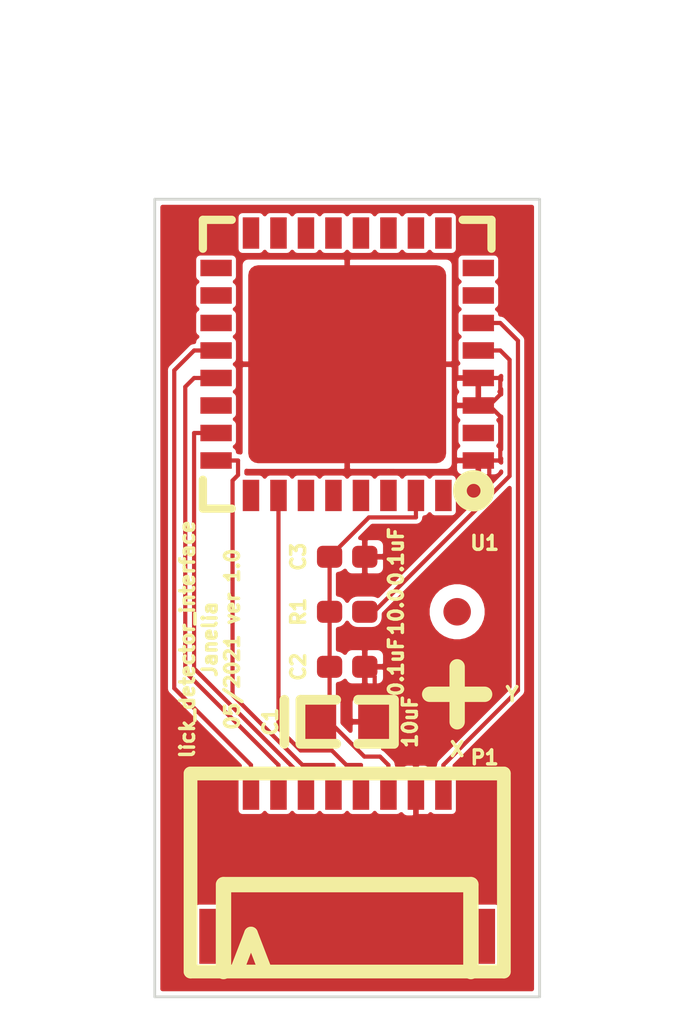
<source format=kicad_pcb>
(kicad_pcb (version 20171130) (host pcbnew 5.1.10-88a1d61d58~88~ubuntu20.10.1)

  (general
    (thickness 1.6)
    (drawings 9)
    (tracks 76)
    (zones 0)
    (modules 7)
    (nets 10)
  )

  (page A4)
  (title_block
    (title lick_detector_interface)
    (rev 1.0)
    (company Janelia)
  )

  (layers
    (0 F.Cu signal)
    (31 B.Cu signal)
    (32 B.Adhes user)
    (33 F.Adhes user)
    (34 B.Paste user)
    (35 F.Paste user)
    (36 B.SilkS user)
    (37 F.SilkS user)
    (38 B.Mask user)
    (39 F.Mask user)
    (40 Dwgs.User user hide)
    (41 Cmts.User user hide)
    (42 Eco1.User user hide)
    (43 Eco2.User user hide)
    (44 Edge.Cuts user)
    (45 Margin user hide)
    (46 B.CrtYd user hide)
    (47 F.CrtYd user hide)
    (48 B.Fab user hide)
    (49 F.Fab user hide)
  )

  (setup
    (last_trace_width 0.0762)
    (trace_clearance 0.0762)
    (zone_clearance 0.0762)
    (zone_45_only no)
    (trace_min 0.0762)
    (via_size 0.254)
    (via_drill 0.1524)
    (via_min_size 0.254)
    (via_min_drill 0.1524)
    (uvia_size 0.254)
    (uvia_drill 0.1524)
    (uvias_allowed no)
    (uvia_min_size 0.254)
    (uvia_min_drill 0.1524)
    (edge_width 0.05)
    (segment_width 0.2)
    (pcb_text_width 0.3)
    (pcb_text_size 1.5 1.5)
    (mod_edge_width 0.2794)
    (mod_text_size 1.016 1.016)
    (mod_text_width 0.254)
    (pad_size 1.524 1.524)
    (pad_drill 0.762)
    (pad_to_mask_clearance 0)
    (aux_axis_origin 0 0)
    (visible_elements FFFFFF7F)
    (pcbplotparams
      (layerselection 0x010fc_ffffffff)
      (usegerberextensions true)
      (usegerberattributes true)
      (usegerberadvancedattributes true)
      (creategerberjobfile true)
      (excludeedgelayer true)
      (linewidth 0.100000)
      (plotframeref false)
      (viasonmask false)
      (mode 1)
      (useauxorigin false)
      (hpglpennumber 1)
      (hpglpenspeed 20)
      (hpglpendiameter 15.000000)
      (psnegative false)
      (psa4output false)
      (plotreference true)
      (plotvalue true)
      (plotinvisibletext false)
      (padsonsilk false)
      (subtractmaskfromsilk true)
      (outputformat 1)
      (mirror false)
      (drillshape 0)
      (scaleselection 1)
      (outputdirectory "./gerbers/"))
  )

  (net 0 "")
  (net 1 GND)
  (net 2 VAA)
  (net 3 /~CS)
  (net 4 "Net-(R1-Pad2)")
  (net 5 /SCK)
  (net 6 /MOSI)
  (net 7 /MISO)
  (net 8 /INT2)
  (net 9 /INT1)

  (net_class Default "This is the default net class."
    (clearance 0.0762)
    (trace_width 0.0762)
    (via_dia 0.254)
    (via_drill 0.1524)
    (uvia_dia 0.254)
    (uvia_drill 0.1524)
    (diff_pair_width 0.1016)
    (diff_pair_gap 0.1016)
    (add_net /INT1)
    (add_net /INT2)
    (add_net /MISO)
    (add_net /MOSI)
    (add_net /SCK)
    (add_net /~CS)
    (add_net GND)
    (add_net "Net-(R1-Pad2)")
    (add_net VAA)
  )

  (net_class POWER ""
    (clearance 0.0762)
    (trace_width 0.0762)
    (via_dia 0.254)
    (via_drill 0.1524)
    (uvia_dia 0.254)
    (uvia_drill 0.1524)
    (diff_pair_width 0.1016)
    (diff_pair_gap 0.1016)
  )

  (net_class SIGNAL ""
    (clearance 0.0762)
    (trace_width 0.0762)
    (via_dia 0.254)
    (via_drill 0.1524)
    (uvia_dia 0.254)
    (uvia_drill 0.1524)
    (diff_pair_width 0.1016)
    (diff_pair_gap 0.1016)
  )

  (module lick_detector_interface:FIDUCIAL (layer F.Cu) (tedit 5CD5B42B) (tstamp 609BF191)
    (at 152 99)
    (descr "Circular Fiducial, 0.5mm bare copper top; 1mm keepout (Level C)")
    (tags marker)
    (path /5EFF6F31)
    (attr virtual)
    (fp_text reference FID1 (at 0 -1.016) (layer F.Fab)
      (effects (font (size 0.254 0.254) (thickness 0.0635)))
    )
    (fp_text value FIDUCIAL (at 0 1.016) (layer F.Fab)
      (effects (font (size 0.254 0.254) (thickness 0.0635)))
    )
    (fp_circle (center 0 0) (end 0.5 0) (layer F.Fab) (width 0.1))
    (fp_circle (center 0 0) (end 0.75 0) (layer F.CrtYd) (width 0.05))
    (fp_text user %R (at 0 0) (layer F.Fab)
      (effects (font (size 0.2 0.2) (thickness 0.04)))
    )
    (pad ~ smd circle (at 0 0) (size 0.5 0.5) (layers F.Cu F.Mask)
      (solder_mask_margin 0.25) (clearance 0.25))
  )

  (module lick_detector_interface:SM0402_POL (layer F.Cu) (tedit 60958AD5) (tstamp 6092F56A)
    (at 150 101 90)
    (tags "CMS SM")
    (path /60925C65)
    (attr smd)
    (fp_text reference C1 (at 0 -1.397 270) (layer F.SilkS)
      (effects (font (size 0.254 0.254) (thickness 0.0635)))
    )
    (fp_text value 10uF (at 0 1.143 270) (layer F.SilkS)
      (effects (font (size 0.254 0.254) (thickness 0.0635)))
    )
    (fp_line (start 0.4 -1.143) (end -0.4 -1.143) (layer F.SilkS) (width 0.1778))
    (fp_line (start 0.4 -0.2) (end 0.4 -0.85) (layer F.SilkS) (width 0.1778))
    (fp_line (start 0.4 -0.85) (end -0.4 -0.85) (layer F.SilkS) (width 0.1778))
    (fp_line (start -0.4 -0.85) (end -0.4 -0.2) (layer F.SilkS) (width 0.1778))
    (fp_line (start 0.4 0.2) (end 0.4 0.85) (layer F.SilkS) (width 0.1778))
    (fp_line (start 0.4 0.85) (end -0.4 0.85) (layer F.SilkS) (width 0.1778))
    (fp_line (start -0.4 0.85) (end -0.4 0.2) (layer F.SilkS) (width 0.1778))
    (pad 2 smd rect (at 0 0.5) (size 0.6 0.7) (layers F.Cu F.Paste F.Mask)
      (net 1 GND))
    (pad 1 smd rect (at 0 -0.5) (size 0.6 0.7) (layers F.Cu F.Paste F.Mask)
      (net 2 VAA))
    (model smd/chip_cms.wrl
      (at (xyz 0 0 0))
      (scale (xyz 0.17 0.2 0.17))
      (rotate (xyz 0 0 0))
    )
  )

  (module lick_detector_interface:LFCSP-32-1EP_5x5mm_P0.5mm_EP3.6x3.6mm (layer F.Cu) (tedit 609BEA5D) (tstamp 60945904)
    (at 150 94.5 180)
    (descr "32-Lead Frame Chip Scale Package LFCSP (5mm x 5mm); (see http://www.analog.com/media/en/package-pcb-resources/package/pkg_pdf/lfcspcp/cp-32/CP_32_27.pdf")
    (tags "LFCSP 0.5")
    (path /60903CFF)
    (attr smd)
    (fp_text reference U1 (at -2.5 -3.25) (layer F.SilkS)
      (effects (font (size 0.254 0.254) (thickness 0.0635)))
    )
    (fp_text value ADXL313 (at 0 -3.25) (layer F.Fab)
      (effects (font (size 0.508 0.508) (thickness 0.127)))
    )
    (fp_line (start -0.635 3.81) (end 0 5.08) (layer Cmts.User) (width 0.2794))
    (fp_line (start 0.635 3.81) (end -0.635 3.81) (layer Cmts.User) (width 0.2794))
    (fp_line (start 0 5.08) (end 0.635 3.81) (layer Cmts.User) (width 0.2794))
    (fp_line (start 0 2.54) (end 0 5.08) (layer Cmts.User) (width 0.2794))
    (fp_line (start 3.81 0.635) (end 5.08 0) (layer Cmts.User) (width 0.2794))
    (fp_line (start 3.81 -0.635) (end 3.81 0.635) (layer Cmts.User) (width 0.2794))
    (fp_line (start 5.08 0) (end 3.81 -0.635) (layer Cmts.User) (width 0.2794))
    (fp_line (start 2.54 0) (end 5.08 0) (layer Cmts.User) (width 0.2794))
    (fp_line (start -3.81 0.635) (end -5.08 0) (layer Cmts.User) (width 0.2794))
    (fp_line (start -3.81 -0.635) (end -3.81 0.635) (layer Cmts.User) (width 0.2794))
    (fp_line (start -5.08 0) (end -3.81 -0.635) (layer Cmts.User) (width 0.2794))
    (fp_line (start 0.635 -3.81) (end 0 -5.08) (layer Cmts.User) (width 0.2794))
    (fp_line (start -0.635 -3.81) (end 0.635 -3.81) (layer Cmts.User) (width 0.2794))
    (fp_line (start 0 -5.08) (end -0.635 -3.81) (layer Cmts.User) (width 0.2794))
    (fp_line (start -2.54 0) (end -5.08 0) (layer Cmts.User) (width 0.2794))
    (fp_line (start 0 -2.54) (end 0 -5.08) (layer Cmts.User) (width 0.2794))
    (fp_circle (center -2.3 -2.3) (end -2.05 -2.3) (layer F.SilkS) (width 0.25))
    (fp_line (start -1.5 -2.5) (end 2.5 -2.5) (layer F.Fab) (width 0.15))
    (fp_line (start 2.5 -2.5) (end 2.5 2.5) (layer F.Fab) (width 0.15))
    (fp_line (start 2.5 2.5) (end -2.5 2.5) (layer F.Fab) (width 0.15))
    (fp_line (start -2.5 2.5) (end -2.5 -1.5) (layer F.Fab) (width 0.15))
    (fp_line (start -2.5 -1.5) (end -1.5 -2.5) (layer F.Fab) (width 0.15))
    (fp_line (start -3 -3) (end -3 3) (layer F.CrtYd) (width 0.05))
    (fp_line (start 3 -3) (end 3 3) (layer F.CrtYd) (width 0.05))
    (fp_line (start -3 -3) (end 3 -3) (layer F.CrtYd) (width 0.05))
    (fp_line (start -3 3) (end 3 3) (layer F.CrtYd) (width 0.05))
    (fp_line (start 2.625 -2.625) (end 2.625 -2.1) (layer F.SilkS) (width 0.15))
    (fp_line (start -2.625 2.625) (end -2.625 2.1) (layer F.SilkS) (width 0.15))
    (fp_line (start 2.625 2.625) (end 2.625 2.1) (layer F.SilkS) (width 0.15))
    (fp_line (start -2.625 2.625) (end -2.1 2.625) (layer F.SilkS) (width 0.15))
    (fp_line (start 2.625 2.625) (end 2.1 2.625) (layer F.SilkS) (width 0.15))
    (fp_line (start 2.625 -2.625) (end 2.1 -2.625) (layer F.SilkS) (width 0.15))
    (fp_text user Y (at 5.715 0) (layer Cmts.User)
      (effects (font (size 1.016 1.016) (thickness 0.1778)))
    )
    (fp_text user X (at 0 5.715) (layer Cmts.User)
      (effects (font (size 1.016 1.016) (thickness 0.1778)))
    )
    (fp_text user Y (at -5.715 0) (layer Cmts.User)
      (effects (font (size 1.016 1.016) (thickness 0.1778)))
    )
    (fp_text user X (at 0 -5.715) (layer Cmts.User)
      (effects (font (size 1.016 1.016) (thickness 0.1778)))
    )
    (fp_text user %R (at 0 0) (layer F.Fab)
      (effects (font (size 1 1) (thickness 0.15)))
    )
    (pad "" smd rect (at -0.8 0.8 180) (size 1.3 1.3) (layers F.Paste))
    (pad "" smd rect (at 0.8 -0.8 180) (size 1.3 1.3) (layers F.Paste))
    (pad "" smd rect (at -0.8 -0.8 180) (size 1.3 1.3) (layers F.Paste))
    (pad "" smd rect (at 0.8 0.8 180) (size 1.3 1.3) (layers F.Paste))
    (pad 33 smd roundrect (at 0 0 180) (size 3.6 3.6) (layers F.Cu F.Mask) (roundrect_rratio 0.05)
      (net 1 GND))
    (pad 32 smd rect (at -1.75 -2.385 270) (size 0.57 0.3) (layers F.Cu F.Paste F.Mask))
    (pad 31 smd rect (at -1.25 -2.385 270) (size 0.57 0.3) (layers F.Cu F.Paste F.Mask)
      (net 2 VAA))
    (pad 30 smd rect (at -0.75 -2.385 270) (size 0.57 0.3) (layers F.Cu F.Paste F.Mask))
    (pad 29 smd rect (at -0.25 -2.385 270) (size 0.57 0.3) (layers F.Cu F.Paste F.Mask))
    (pad 28 smd rect (at 0.25 -2.385 270) (size 0.57 0.3) (layers F.Cu F.Paste F.Mask))
    (pad 27 smd rect (at 0.75 -2.385 270) (size 0.57 0.3) (layers F.Cu F.Paste F.Mask))
    (pad 26 smd rect (at 1.25 -2.385 270) (size 0.57 0.3) (layers F.Cu F.Paste F.Mask)
      (net 5 /SCK))
    (pad 25 smd rect (at 1.75 -2.385 270) (size 0.57 0.3) (layers F.Cu F.Paste F.Mask))
    (pad 24 smd rect (at 2.385 -1.75 180) (size 0.57 0.3) (layers F.Cu F.Paste F.Mask)
      (net 6 /MOSI))
    (pad 23 smd rect (at 2.385 -1.25 180) (size 0.57 0.3) (layers F.Cu F.Paste F.Mask)
      (net 7 /MISO))
    (pad 22 smd rect (at 2.385 -0.75 180) (size 0.57 0.3) (layers F.Cu F.Paste F.Mask))
    (pad 21 smd rect (at 2.385 -0.25 180) (size 0.57 0.3) (layers F.Cu F.Paste F.Mask)
      (net 8 /INT2))
    (pad 20 smd rect (at 2.385 0.25 180) (size 0.57 0.3) (layers F.Cu F.Paste F.Mask)
      (net 9 /INT1))
    (pad 19 smd rect (at 2.385 0.75 180) (size 0.57 0.3) (layers F.Cu F.Paste F.Mask))
    (pad 18 smd rect (at 2.385 1.25 180) (size 0.57 0.3) (layers F.Cu F.Paste F.Mask))
    (pad 17 smd rect (at 2.385 1.75 180) (size 0.57 0.3) (layers F.Cu F.Paste F.Mask))
    (pad 16 smd rect (at 1.75 2.385 270) (size 0.57 0.3) (layers F.Cu F.Paste F.Mask))
    (pad 15 smd rect (at 1.25 2.385 270) (size 0.57 0.3) (layers F.Cu F.Paste F.Mask))
    (pad 14 smd rect (at 0.75 2.385 270) (size 0.57 0.3) (layers F.Cu F.Paste F.Mask))
    (pad 13 smd rect (at 0.25 2.385 270) (size 0.57 0.3) (layers F.Cu F.Paste F.Mask))
    (pad 12 smd rect (at -0.25 2.385 270) (size 0.57 0.3) (layers F.Cu F.Paste F.Mask))
    (pad 11 smd rect (at -0.75 2.385 270) (size 0.57 0.3) (layers F.Cu F.Paste F.Mask))
    (pad 10 smd rect (at -1.25 2.385 270) (size 0.57 0.3) (layers F.Cu F.Paste F.Mask))
    (pad 9 smd rect (at -1.75 2.385 270) (size 0.57 0.3) (layers F.Cu F.Paste F.Mask))
    (pad 8 smd rect (at -2.385 1.75 180) (size 0.57 0.3) (layers F.Cu F.Paste F.Mask))
    (pad 7 smd rect (at -2.385 1.25 180) (size 0.57 0.3) (layers F.Cu F.Paste F.Mask))
    (pad 6 smd rect (at -2.385 0.75 180) (size 0.57 0.3) (layers F.Cu F.Paste F.Mask)
      (net 3 /~CS))
    (pad 5 smd rect (at -2.385 0.25 180) (size 0.57 0.3) (layers F.Cu F.Paste F.Mask)
      (net 4 "Net-(R1-Pad2)"))
    (pad 4 smd rect (at -2.385 -0.25 180) (size 0.57 0.3) (layers F.Cu F.Paste F.Mask)
      (net 1 GND))
    (pad 3 smd rect (at -2.385 -0.75 180) (size 0.57 0.3) (layers F.Cu F.Paste F.Mask)
      (net 1 GND))
    (pad 2 smd rect (at -2.385 -1.25 180) (size 0.57 0.3) (layers F.Cu F.Paste F.Mask))
    (pad 1 smd rect (at -2.385 -1.75 180) (size 0.57 0.3) (layers F.Cu F.Paste F.Mask)
      (net 1 GND))
    (model ${KISYS3DMOD}/Package_CSP.3dshapes/LFCSP-32-1EP_5x5mm_P0.5mm.wrl
      (at (xyz 0 0 0))
      (scale (xyz 1 1 1))
      (rotate (xyz 0 0 0))
    )
  )

  (module lick_detector_interface:SM0201 (layer F.Cu) (tedit 60958AE7) (tstamp 609553A3)
    (at 150 99)
    (descr "Resistor SMD 0201 (0603 Metric), square (rectangular) end terminal, IPC_7351 nominal, (Body size source: https://www.vishay.com/docs/20052/crcw0201e3.pdf), generated with kicad-footprint-generator")
    (tags resistor)
    (path /6095D6DE)
    (attr smd)
    (fp_text reference R1 (at -0.889 0 90) (layer F.SilkS)
      (effects (font (size 0.254 0.254) (thickness 0.0635)))
    )
    (fp_text value 10.0 (at 0.889 0 90) (layer F.SilkS)
      (effects (font (size 0.254 0.254) (thickness 0.0635)))
    )
    (fp_line (start -0.3 0.15) (end -0.3 -0.15) (layer F.Fab) (width 0.1))
    (fp_line (start -0.3 -0.15) (end 0.3 -0.15) (layer F.Fab) (width 0.1))
    (fp_line (start 0.3 -0.15) (end 0.3 0.15) (layer F.Fab) (width 0.1))
    (fp_line (start 0.3 0.15) (end -0.3 0.15) (layer F.Fab) (width 0.1))
    (fp_line (start -0.7 0.35) (end -0.7 -0.35) (layer F.CrtYd) (width 0.05))
    (fp_line (start -0.7 -0.35) (end 0.7 -0.35) (layer F.CrtYd) (width 0.05))
    (fp_line (start 0.7 -0.35) (end 0.7 0.35) (layer F.CrtYd) (width 0.05))
    (fp_line (start 0.7 0.35) (end -0.7 0.35) (layer F.CrtYd) (width 0.05))
    (pad 2 smd roundrect (at 0.32 0) (size 0.46 0.4) (layers F.Cu F.Mask) (roundrect_rratio 0.25)
      (net 4 "Net-(R1-Pad2)"))
    (pad 1 smd roundrect (at -0.32 0) (size 0.46 0.4) (layers F.Cu F.Mask) (roundrect_rratio 0.25)
      (net 2 VAA))
    (pad "" smd roundrect (at 0.345 0) (size 0.318 0.36) (layers F.Paste) (roundrect_rratio 0.25))
    (pad "" smd roundrect (at -0.345 0) (size 0.318 0.36) (layers F.Paste) (roundrect_rratio 0.25))
    (model ${KISYS3DMOD}/Resistor_SMD.3dshapes/R_0201_0603Metric.wrl
      (at (xyz 0 0 0))
      (scale (xyz 1 1 1))
      (rotate (xyz 0 0 0))
    )
  )

  (module lick_detector_interface:SM0201 (layer F.Cu) (tedit 60958AE7) (tstamp 60956C71)
    (at 150 100)
    (descr "Resistor SMD 0201 (0603 Metric), square (rectangular) end terminal, IPC_7351 nominal, (Body size source: https://www.vishay.com/docs/20052/crcw0201e3.pdf), generated with kicad-footprint-generator")
    (tags resistor)
    (path /6096968C)
    (attr smd)
    (fp_text reference C2 (at -0.889 0 90) (layer F.SilkS)
      (effects (font (size 0.254 0.254) (thickness 0.0635)))
    )
    (fp_text value 0.1uF (at 0.889 0 90) (layer F.SilkS)
      (effects (font (size 0.254 0.254) (thickness 0.0635)))
    )
    (fp_line (start -0.3 0.15) (end -0.3 -0.15) (layer F.Fab) (width 0.1))
    (fp_line (start -0.3 -0.15) (end 0.3 -0.15) (layer F.Fab) (width 0.1))
    (fp_line (start 0.3 -0.15) (end 0.3 0.15) (layer F.Fab) (width 0.1))
    (fp_line (start 0.3 0.15) (end -0.3 0.15) (layer F.Fab) (width 0.1))
    (fp_line (start -0.7 0.35) (end -0.7 -0.35) (layer F.CrtYd) (width 0.05))
    (fp_line (start -0.7 -0.35) (end 0.7 -0.35) (layer F.CrtYd) (width 0.05))
    (fp_line (start 0.7 -0.35) (end 0.7 0.35) (layer F.CrtYd) (width 0.05))
    (fp_line (start 0.7 0.35) (end -0.7 0.35) (layer F.CrtYd) (width 0.05))
    (pad 2 smd roundrect (at 0.32 0) (size 0.46 0.4) (layers F.Cu F.Mask) (roundrect_rratio 0.25)
      (net 1 GND))
    (pad 1 smd roundrect (at -0.32 0) (size 0.46 0.4) (layers F.Cu F.Mask) (roundrect_rratio 0.25)
      (net 2 VAA))
    (pad "" smd roundrect (at 0.345 0) (size 0.318 0.36) (layers F.Paste) (roundrect_rratio 0.25))
    (pad "" smd roundrect (at -0.345 0) (size 0.318 0.36) (layers F.Paste) (roundrect_rratio 0.25))
    (model ${KISYS3DMOD}/Resistor_SMD.3dshapes/R_0201_0603Metric.wrl
      (at (xyz 0 0 0))
      (scale (xyz 1 1 1))
      (rotate (xyz 0 0 0))
    )
  )

  (module lick_detector_interface:SM0201 (layer F.Cu) (tedit 60958AE7) (tstamp 60956C80)
    (at 150 98)
    (descr "Resistor SMD 0201 (0603 Metric), square (rectangular) end terminal, IPC_7351 nominal, (Body size source: https://www.vishay.com/docs/20052/crcw0201e3.pdf), generated with kicad-footprint-generator")
    (tags resistor)
    (path /60969EAD)
    (attr smd)
    (fp_text reference C3 (at -0.889 0 90) (layer F.SilkS)
      (effects (font (size 0.254 0.254) (thickness 0.0635)))
    )
    (fp_text value 0.1uF (at 0.889 0 90) (layer F.SilkS)
      (effects (font (size 0.254 0.254) (thickness 0.0635)))
    )
    (fp_line (start -0.3 0.15) (end -0.3 -0.15) (layer F.Fab) (width 0.1))
    (fp_line (start -0.3 -0.15) (end 0.3 -0.15) (layer F.Fab) (width 0.1))
    (fp_line (start 0.3 -0.15) (end 0.3 0.15) (layer F.Fab) (width 0.1))
    (fp_line (start 0.3 0.15) (end -0.3 0.15) (layer F.Fab) (width 0.1))
    (fp_line (start -0.7 0.35) (end -0.7 -0.35) (layer F.CrtYd) (width 0.05))
    (fp_line (start -0.7 -0.35) (end 0.7 -0.35) (layer F.CrtYd) (width 0.05))
    (fp_line (start 0.7 -0.35) (end 0.7 0.35) (layer F.CrtYd) (width 0.05))
    (fp_line (start 0.7 0.35) (end -0.7 0.35) (layer F.CrtYd) (width 0.05))
    (pad 2 smd roundrect (at 0.32 0) (size 0.46 0.4) (layers F.Cu F.Mask) (roundrect_rratio 0.25)
      (net 1 GND))
    (pad 1 smd roundrect (at -0.32 0) (size 0.46 0.4) (layers F.Cu F.Mask) (roundrect_rratio 0.25)
      (net 2 VAA))
    (pad "" smd roundrect (at 0.345 0) (size 0.318 0.36) (layers F.Paste) (roundrect_rratio 0.25))
    (pad "" smd roundrect (at -0.345 0) (size 0.318 0.36) (layers F.Paste) (roundrect_rratio 0.25))
    (model ${KISYS3DMOD}/Resistor_SMD.3dshapes/R_0201_0603Metric.wrl
      (at (xyz 0 0 0))
      (scale (xyz 1 1 1))
      (rotate (xyz 0 0 0))
    )
  )

  (module lick_detector_interface:Molex_FFC_1x8_P0.5mm_RA (layer F.Cu) (tedit 609BEA32) (tstamp 609BE50A)
    (at 150 102.25)
    (descr "Molex 0.50mm Pitch Easy-On Type FFC/FPC Connector, For LVDS, 6.05mm Height, Vertical, Surface Mount, ZIF, 15 Circuits (https://www.molex.com/pdm_docs/sd/5022311500_sd.pdf)")
    (tags "molex FFC/FPC connector Pitch 0.5mm vertical")
    (path /609C481B)
    (attr smd)
    (fp_text reference P1 (at 2.5 -0.6 180) (layer F.SilkS)
      (effects (font (size 0.254 0.254) (thickness 0.0635)))
    )
    (fp_text value CONN_FFC_8_RA (at 0 3.75) (layer F.Fab)
      (effects (font (size 0.508 0.508) (thickness 0.127)))
    )
    (fp_line (start -2.25 1.71) (end 2.25 1.71) (layer F.SilkS) (width 0.2794))
    (fp_line (start 2.25 1.71) (end 2.25 3.29) (layer F.SilkS) (width 0.2794))
    (fp_line (start -2.25 1.71) (end -2.25 3.29) (layer F.SilkS) (width 0.2794))
    (fp_line (start -1.75 2.6) (end -1.5 3.25) (layer F.SilkS) (width 0.25))
    (fp_line (start -1.75 2.6) (end -2 3.25) (layer F.SilkS) (width 0.25))
    (fp_line (start -2.85 -0.31) (end -2.85 3.29) (layer F.SilkS) (width 0.25))
    (fp_line (start 2.85 -0.31) (end 2.85 3.29) (layer F.SilkS) (width 0.25))
    (fp_line (start -2.85 3.29) (end 2.85 3.29) (layer F.SilkS) (width 0.25))
    (fp_line (start -2.85 -0.31) (end 2.85 -0.31) (layer F.SilkS) (width 0.25))
    (pad 8 smd rect (at 1.75 0) (size 0.3 0.7) (layers F.Cu F.Paste F.Mask)
      (net 3 /~CS))
    (pad 7 smd rect (at 1.25 0) (size 0.3 0.7) (layers F.Cu F.Paste F.Mask)
      (net 1 GND))
    (pad 6 smd rect (at 0.75 0) (size 0.3 0.7) (layers F.Cu F.Paste F.Mask)
      (net 2 VAA))
    (pad 5 smd rect (at 0.25 0) (size 0.3 0.7) (layers F.Cu F.Paste F.Mask)
      (net 5 /SCK))
    (pad 4 smd rect (at -0.25 0) (size 0.3 0.7) (layers F.Cu F.Paste F.Mask)
      (net 6 /MOSI))
    (pad 3 smd rect (at -0.75 0) (size 0.3 0.7) (layers F.Cu F.Paste F.Mask)
      (net 7 /MISO))
    (pad 2 smd rect (at -1.25 0) (size 0.3 0.7) (layers F.Cu F.Paste F.Mask)
      (net 8 /INT2))
    (pad 1 smd rect (at -1.75 0) (size 0.3 0.7) (layers F.Cu F.Paste F.Mask)
      (net 9 /INT1))
    (pad "" smd rect (at 2.54 2.65) (size 0.3 1) (layers F.Cu F.Paste F.Mask))
    (pad "" smd rect (at -2.54 2.65) (size 0.3 1) (layers F.Cu F.Paste F.Mask))
    (model ${KISYS3DMOD}/Connector_FFC-FPC.3dshapes/Molex_502231-1500_1x15-1SH_P0.5mm_Vertical.wrl
      (at (xyz 0 0 0))
      (scale (xyz 1 1 1))
      (rotate (xyz 0 0 0))
    )
  )

  (gr_text Y (at 153 100.5) (layer F.SilkS) (tstamp 609BF10C)
    (effects (font (size 0.254 0.254) (thickness 0.0635)))
  )
  (gr_text X (at 152 101.5) (layer F.SilkS)
    (effects (font (size 0.254 0.254) (thickness 0.0635)))
  )
  (gr_line (start 151.5 100.5) (end 152.5 100.5) (layer F.SilkS) (width 0.2794))
  (gr_line (start 152 100) (end 152 101) (layer F.SilkS) (width 0.2794))
  (gr_line (start 146.5 106) (end 146.5 91.5) (layer Edge.Cuts) (width 0.05) (tstamp 609BEA37))
  (gr_line (start 153.5 106) (end 146.5 106) (layer Edge.Cuts) (width 0.05))
  (gr_line (start 153.5 91.5) (end 153.5 106) (layer Edge.Cuts) (width 0.05))
  (gr_line (start 146.5 91.5) (end 153.5 91.5) (layer Edge.Cuts) (width 0.05))
  (gr_text "lick_detector_interface\nJanelia\n05/2021 ver 1.0" (at 147.5 99.5 90) (layer F.SilkS) (tstamp 60995A5D)
    (effects (font (size 0.254 0.254) (thickness 0.0635)))
  )

  (segment (start 151.25 102.7146) (end 151.9771 102.7146) (width 0.0762) (layer F.Cu) (net 1))
  (segment (start 151.9771 102.7146) (end 153.2666 101.4251) (width 0.0762) (layer F.Cu) (net 1))
  (segment (start 153.2666 101.4251) (end 153.2666 92.9588) (width 0.0762) (layer F.Cu) (net 1))
  (segment (start 153.2666 92.9588) (end 152.7924 92.4846) (width 0.0762) (layer F.Cu) (net 1))
  (segment (start 152.7924 92.4846) (end 152.0154 92.4846) (width 0.0762) (layer F.Cu) (net 1))
  (segment (start 152.0154 92.4846) (end 151.9854 92.5146) (width 0.0762) (layer F.Cu) (net 1))
  (segment (start 151.9854 92.5146) (end 151.9854 94.5) (width 0.0762) (layer F.Cu) (net 1))
  (segment (start 152.5848 96.25) (end 152.5848 96.6472) (width 0.0762) (layer F.Cu) (net 1) (status 10))
  (segment (start 152.5848 96.6472) (end 151.232 98) (width 0.0762) (layer F.Cu) (net 1))
  (segment (start 151.232 98) (end 150.32 98) (width 0.0762) (layer F.Cu) (net 1) (status 20))
  (segment (start 152.5848 96.25) (end 152.7846 96.25) (width 0.0762) (layer F.Cu) (net 1) (status 10))
  (segment (start 152.385 96.25) (end 152.5848 96.25) (width 0.0762) (layer F.Cu) (net 1) (status 30))
  (segment (start 152.5848 95.25) (end 152.7846 95.4498) (width 0.0762) (layer F.Cu) (net 1) (status 10))
  (segment (start 152.7846 95.4498) (end 152.7846 96.25) (width 0.0762) (layer F.Cu) (net 1))
  (segment (start 152.5848 95.25) (end 152.7846 95.0502) (width 0.0762) (layer F.Cu) (net 1) (status 10))
  (segment (start 152.7846 95.0502) (end 152.7846 94.75) (width 0.0762) (layer F.Cu) (net 1))
  (segment (start 151.9854 94.5) (end 151.9854 94.75) (width 0.0762) (layer F.Cu) (net 1))
  (segment (start 151.9854 94.5) (end 150 94.5) (width 0.0762) (layer F.Cu) (net 1) (status 20))
  (segment (start 152.385 94.75) (end 151.9854 94.75) (width 0.0762) (layer F.Cu) (net 1) (status 10))
  (segment (start 151.25 102.25) (end 151.25 102.7146) (width 0.0762) (layer F.Cu) (net 1) (status 10))
  (segment (start 150.9146 101) (end 151.25 101.3354) (width 0.0762) (layer F.Cu) (net 1))
  (segment (start 151.25 101.3354) (end 151.25 102.25) (width 0.0762) (layer F.Cu) (net 1) (status 20))
  (segment (start 150.32 100) (end 150.5 100.18) (width 0.0762) (layer F.Cu) (net 1) (status 30))
  (segment (start 150.5 100.18) (end 150.5 101) (width 0.0762) (layer F.Cu) (net 1) (status 30))
  (segment (start 152.385 94.75) (end 152.7846 94.75) (width 0.0762) (layer F.Cu) (net 1) (status 10))
  (segment (start 152.385 95.25) (end 152.5848 95.25) (width 0.0762) (layer F.Cu) (net 1) (status 30))
  (segment (start 150.5 101) (end 150.9146 101) (width 0.0762) (layer F.Cu) (net 1) (status 10))
  (segment (start 150.75 101.7854) (end 150.5973 101.6327) (width 0.0762) (layer F.Cu) (net 2))
  (segment (start 150.5973 101.6327) (end 150.3123 101.6327) (width 0.0762) (layer F.Cu) (net 2))
  (segment (start 150.3123 101.6327) (end 149.6796 101) (width 0.0762) (layer F.Cu) (net 2) (status 20))
  (segment (start 150.75 102.25) (end 150.75 101.7854) (width 0.0762) (layer F.Cu) (net 2) (status 10))
  (segment (start 149.68 100) (end 149.6796 100.0004) (width 0.0762) (layer F.Cu) (net 2) (status 30))
  (segment (start 149.6796 100.0004) (end 149.6796 101) (width 0.0762) (layer F.Cu) (net 2) (status 30))
  (segment (start 149.68 99) (end 149.68 100) (width 0.0762) (layer F.Cu) (net 2) (status 30))
  (segment (start 149.5 101) (end 149.6796 101) (width 0.0762) (layer F.Cu) (net 2) (status 30))
  (segment (start 151.25 96.885) (end 151.25 97.2846) (width 0.0762) (layer F.Cu) (net 2) (status 10))
  (segment (start 151.25 97.2846) (end 150.3954 97.2846) (width 0.0762) (layer F.Cu) (net 2))
  (segment (start 150.3954 97.2846) (end 149.68 98) (width 0.0762) (layer F.Cu) (net 2) (status 20))
  (segment (start 149.68 98) (end 149.68 99) (width 0.0762) (layer F.Cu) (net 2) (status 30))
  (segment (start 151.75 101.7854) (end 153.1063 100.4291) (width 0.0762) (layer F.Cu) (net 3))
  (segment (start 153.1063 100.4291) (end 153.1063 94.0717) (width 0.0762) (layer F.Cu) (net 3))
  (segment (start 153.1063 94.0717) (end 152.7846 93.75) (width 0.0762) (layer F.Cu) (net 3))
  (segment (start 151.75 102.25) (end 151.75 101.7854) (width 0.0762) (layer F.Cu) (net 3) (status 10))
  (segment (start 152.385 93.75) (end 152.7846 93.75) (width 0.0762) (layer F.Cu) (net 3) (status 10))
  (segment (start 152.385 94.25) (end 152.7846 94.25) (width 0.0762) (layer F.Cu) (net 4) (status 10))
  (segment (start 150.32 99) (end 150.486 99) (width 0.0762) (layer F.Cu) (net 4) (status 30))
  (segment (start 150.486 99) (end 152.9535 96.5325) (width 0.0762) (layer F.Cu) (net 4) (status 10))
  (segment (start 152.9535 96.5325) (end 152.9535 94.4189) (width 0.0762) (layer F.Cu) (net 4))
  (segment (start 152.9535 94.4189) (end 152.7846 94.25) (width 0.0762) (layer F.Cu) (net 4))
  (segment (start 150.25 102.25) (end 150.25 101.7854) (width 0.0762) (layer F.Cu) (net 5) (status 10))
  (segment (start 150.25 101.7854) (end 149.9847 101.7854) (width 0.0762) (layer F.Cu) (net 5))
  (segment (start 149.9847 101.7854) (end 149.72 101.5207) (width 0.0762) (layer F.Cu) (net 5))
  (segment (start 149.72 101.5207) (end 149.1526 101.5207) (width 0.0762) (layer F.Cu) (net 5))
  (segment (start 149.1526 101.5207) (end 148.75 101.1181) (width 0.0762) (layer F.Cu) (net 5))
  (segment (start 148.75 101.1181) (end 148.75 96.885) (width 0.0762) (layer F.Cu) (net 5) (status 20))
  (segment (start 147.615 96.25) (end 148.0146 96.25) (width 0.0762) (layer F.Cu) (net 6) (status 10))
  (segment (start 149.75 102.25) (end 149.75 101.7854) (width 0.0762) (layer F.Cu) (net 6) (status 10))
  (segment (start 149.75 101.7854) (end 149.186 101.7854) (width 0.0762) (layer F.Cu) (net 6))
  (segment (start 149.186 101.7854) (end 147.9146 100.514) (width 0.0762) (layer F.Cu) (net 6))
  (segment (start 147.9146 100.514) (end 147.9146 96.6146) (width 0.0762) (layer F.Cu) (net 6))
  (segment (start 147.9146 96.6146) (end 148.0146 96.5146) (width 0.0762) (layer F.Cu) (net 6))
  (segment (start 148.0146 96.5146) (end 148.0146 96.25) (width 0.0762) (layer F.Cu) (net 6))
  (segment (start 147.615 95.75) (end 147.2154 95.75) (width 0.0762) (layer F.Cu) (net 7) (status 10))
  (segment (start 149.25 102.25) (end 149.25 102.0655) (width 0.0762) (layer F.Cu) (net 7) (status 30))
  (segment (start 149.25 102.0655) (end 147.2154 100.0309) (width 0.0762) (layer F.Cu) (net 7) (status 10))
  (segment (start 147.2154 100.0309) (end 147.2154 95.75) (width 0.0762) (layer F.Cu) (net 7))
  (segment (start 147.615 94.75) (end 147.2154 94.75) (width 0.0762) (layer F.Cu) (net 8) (status 10))
  (segment (start 148.75 102.25) (end 148.75 101.7854) (width 0.0762) (layer F.Cu) (net 8) (status 10))
  (segment (start 148.75 101.7854) (end 147.0545 100.0899) (width 0.0762) (layer F.Cu) (net 8))
  (segment (start 147.0545 100.0899) (end 147.0545 94.9109) (width 0.0762) (layer F.Cu) (net 8))
  (segment (start 147.0545 94.9109) (end 147.2154 94.75) (width 0.0762) (layer F.Cu) (net 8))
  (segment (start 147.615 94.25) (end 147.2154 94.25) (width 0.0762) (layer F.Cu) (net 9) (status 10))
  (segment (start 148.25 102.25) (end 148.25 101.7854) (width 0.0762) (layer F.Cu) (net 9) (status 10))
  (segment (start 148.25 101.7854) (end 146.8543 100.3897) (width 0.0762) (layer F.Cu) (net 9))
  (segment (start 146.8543 100.3897) (end 146.8543 94.6111) (width 0.0762) (layer F.Cu) (net 9))
  (segment (start 146.8543 94.6111) (end 147.2154 94.25) (width 0.0762) (layer F.Cu) (net 9))

  (zone (net 1) (net_name GND) (layer F.Cu) (tstamp 0) (hatch edge 0.508)
    (connect_pads (clearance 0.0762))
    (min_thickness 0.0762)
    (fill yes (arc_segments 32) (thermal_gap 0.1016) (thermal_bridge_width 0.1016))
    (polygon
      (pts
        (xy 154 106.5) (xy 146 106.5) (xy 146 91) (xy 154 91)
      )
    )
    (filled_polygon
      (pts
        (xy 153.360701 105.8607) (xy 146.6393 105.8607) (xy 146.6393 104.4) (xy 147.195147 104.4) (xy 147.195147 105.4)
        (xy 147.197354 105.422407) (xy 147.20389 105.443952) (xy 147.214503 105.463809) (xy 147.228787 105.481213) (xy 147.246191 105.495497)
        (xy 147.266048 105.50611) (xy 147.287593 105.512646) (xy 147.31 105.514853) (xy 147.61 105.514853) (xy 147.632407 105.512646)
        (xy 147.653952 105.50611) (xy 147.673809 105.495497) (xy 147.691213 105.481213) (xy 147.705497 105.463809) (xy 147.71611 105.443952)
        (xy 147.722646 105.422407) (xy 147.724853 105.4) (xy 147.724853 104.4) (xy 152.275147 104.4) (xy 152.275147 105.4)
        (xy 152.277354 105.422407) (xy 152.28389 105.443952) (xy 152.294503 105.463809) (xy 152.308787 105.481213) (xy 152.326191 105.495497)
        (xy 152.346048 105.50611) (xy 152.367593 105.512646) (xy 152.39 105.514853) (xy 152.69 105.514853) (xy 152.712407 105.512646)
        (xy 152.733952 105.50611) (xy 152.753809 105.495497) (xy 152.771213 105.481213) (xy 152.785497 105.463809) (xy 152.79611 105.443952)
        (xy 152.802646 105.422407) (xy 152.804853 105.4) (xy 152.804853 104.4) (xy 152.802646 104.377593) (xy 152.79611 104.356048)
        (xy 152.785497 104.336191) (xy 152.771213 104.318787) (xy 152.753809 104.304503) (xy 152.733952 104.29389) (xy 152.712407 104.287354)
        (xy 152.69 104.285147) (xy 152.39 104.285147) (xy 152.367593 104.287354) (xy 152.346048 104.29389) (xy 152.326191 104.304503)
        (xy 152.308787 104.318787) (xy 152.294503 104.336191) (xy 152.28389 104.356048) (xy 152.277354 104.377593) (xy 152.275147 104.4)
        (xy 147.724853 104.4) (xy 147.722646 104.377593) (xy 147.71611 104.356048) (xy 147.705497 104.336191) (xy 147.691213 104.318787)
        (xy 147.673809 104.304503) (xy 147.653952 104.29389) (xy 147.632407 104.287354) (xy 147.61 104.285147) (xy 147.31 104.285147)
        (xy 147.287593 104.287354) (xy 147.266048 104.29389) (xy 147.246191 104.304503) (xy 147.228787 104.318787) (xy 147.214503 104.336191)
        (xy 147.20389 104.356048) (xy 147.197354 104.377593) (xy 147.195147 104.4) (xy 146.6393 104.4) (xy 146.6393 94.6111)
        (xy 146.701164 94.6111) (xy 146.701901 94.618584) (xy 146.7019 100.382226) (xy 146.701164 100.3897) (xy 146.7019 100.397174)
        (xy 146.7019 100.397183) (xy 146.704105 100.419575) (xy 146.706941 100.428922) (xy 146.71282 100.448302) (xy 146.726971 100.474778)
        (xy 146.741245 100.492171) (xy 146.741248 100.492174) (xy 146.746016 100.497984) (xy 146.751827 100.502753) (xy 148.047521 101.798447)
        (xy 148.036191 101.804503) (xy 148.018787 101.818787) (xy 148.004503 101.836191) (xy 147.99389 101.856048) (xy 147.987354 101.877593)
        (xy 147.985147 101.9) (xy 147.985147 102.6) (xy 147.987354 102.622407) (xy 147.99389 102.643952) (xy 148.004503 102.663809)
        (xy 148.018787 102.681213) (xy 148.036191 102.695497) (xy 148.056048 102.70611) (xy 148.077593 102.712646) (xy 148.1 102.714853)
        (xy 148.4 102.714853) (xy 148.422407 102.712646) (xy 148.443952 102.70611) (xy 148.463809 102.695497) (xy 148.481213 102.681213)
        (xy 148.495497 102.663809) (xy 148.5 102.655384) (xy 148.504503 102.663809) (xy 148.518787 102.681213) (xy 148.536191 102.695497)
        (xy 148.556048 102.70611) (xy 148.577593 102.712646) (xy 148.6 102.714853) (xy 148.9 102.714853) (xy 148.922407 102.712646)
        (xy 148.943952 102.70611) (xy 148.963809 102.695497) (xy 148.981213 102.681213) (xy 148.995497 102.663809) (xy 149 102.655384)
        (xy 149.004503 102.663809) (xy 149.018787 102.681213) (xy 149.036191 102.695497) (xy 149.056048 102.70611) (xy 149.077593 102.712646)
        (xy 149.1 102.714853) (xy 149.4 102.714853) (xy 149.422407 102.712646) (xy 149.443952 102.70611) (xy 149.463809 102.695497)
        (xy 149.481213 102.681213) (xy 149.495497 102.663809) (xy 149.5 102.655384) (xy 149.504503 102.663809) (xy 149.518787 102.681213)
        (xy 149.536191 102.695497) (xy 149.556048 102.70611) (xy 149.577593 102.712646) (xy 149.6 102.714853) (xy 149.9 102.714853)
        (xy 149.922407 102.712646) (xy 149.943952 102.70611) (xy 149.963809 102.695497) (xy 149.981213 102.681213) (xy 149.995497 102.663809)
        (xy 150 102.655384) (xy 150.004503 102.663809) (xy 150.018787 102.681213) (xy 150.036191 102.695497) (xy 150.056048 102.70611)
        (xy 150.077593 102.712646) (xy 150.1 102.714853) (xy 150.4 102.714853) (xy 150.422407 102.712646) (xy 150.443952 102.70611)
        (xy 150.463809 102.695497) (xy 150.481213 102.681213) (xy 150.495497 102.663809) (xy 150.5 102.655384) (xy 150.504503 102.663809)
        (xy 150.518787 102.681213) (xy 150.536191 102.695497) (xy 150.556048 102.70611) (xy 150.577593 102.712646) (xy 150.6 102.714853)
        (xy 150.9 102.714853) (xy 150.922407 102.712646) (xy 150.943952 102.70611) (xy 150.963809 102.695497) (xy 150.981213 102.681213)
        (xy 150.983571 102.678341) (xy 151.000739 102.699261) (xy 151.022011 102.716718) (xy 151.04628 102.729691) (xy 151.072614 102.737679)
        (xy 151.1 102.740376) (xy 151.202375 102.7397) (xy 151.2373 102.704775) (xy 151.2373 102.2627) (xy 151.2173 102.2627)
        (xy 151.2173 102.2373) (xy 151.2373 102.2373) (xy 151.2373 101.795225) (xy 151.202375 101.7603) (xy 151.1 101.759624)
        (xy 151.072614 101.762321) (xy 151.04628 101.770309) (xy 151.022011 101.783282) (xy 151.000739 101.800739) (xy 150.983571 101.821659)
        (xy 150.981213 101.818787) (xy 150.963809 101.804503) (xy 150.943952 101.79389) (xy 150.922407 101.787354) (xy 150.90313 101.785455)
        (xy 150.903136 101.785399) (xy 150.9024 101.777925) (xy 150.9024 101.777916) (xy 150.900195 101.755524) (xy 150.89148 101.726797)
        (xy 150.884892 101.714472) (xy 150.877329 101.700321) (xy 150.863054 101.682928) (xy 150.863053 101.682927) (xy 150.858284 101.677116)
        (xy 150.852473 101.672347) (xy 150.710353 101.530227) (xy 150.705584 101.524416) (xy 150.682378 101.505371) (xy 150.655903 101.49122)
        (xy 150.651813 101.489979) (xy 150.8 101.490376) (xy 150.827386 101.487679) (xy 150.85372 101.479691) (xy 150.877989 101.466718)
        (xy 150.899261 101.449261) (xy 150.916718 101.427989) (xy 150.929691 101.40372) (xy 150.937679 101.377386) (xy 150.940376 101.35)
        (xy 150.9397 101.047625) (xy 150.904775 101.0127) (xy 150.5127 101.0127) (xy 150.5127 101.0327) (xy 150.4873 101.0327)
        (xy 150.4873 101.0127) (xy 150.095225 101.0127) (xy 150.0603 101.047625) (xy 150.060038 101.164911) (xy 149.914853 101.019727)
        (xy 149.914853 100.65) (xy 150.059624 100.65) (xy 150.0603 100.952375) (xy 150.095225 100.9873) (xy 150.4873 100.9873)
        (xy 150.4873 100.545225) (xy 150.5127 100.545225) (xy 150.5127 100.9873) (xy 150.904775 100.9873) (xy 150.9397 100.952375)
        (xy 150.940376 100.65) (xy 150.937679 100.622614) (xy 150.929691 100.59628) (xy 150.916718 100.572011) (xy 150.899261 100.550739)
        (xy 150.877989 100.533282) (xy 150.85372 100.520309) (xy 150.827386 100.512321) (xy 150.8 100.509624) (xy 150.547625 100.5103)
        (xy 150.5127 100.545225) (xy 150.4873 100.545225) (xy 150.452375 100.5103) (xy 150.2 100.509624) (xy 150.172614 100.512321)
        (xy 150.14628 100.520309) (xy 150.122011 100.533282) (xy 150.100739 100.550739) (xy 150.083282 100.572011) (xy 150.070309 100.59628)
        (xy 150.062321 100.622614) (xy 150.059624 100.65) (xy 149.914853 100.65) (xy 149.912646 100.627593) (xy 149.90611 100.606048)
        (xy 149.895497 100.586191) (xy 149.881213 100.568787) (xy 149.863809 100.554503) (xy 149.843952 100.54389) (xy 149.832 100.540264)
        (xy 149.832 100.312686) (xy 149.851916 100.310725) (xy 149.892221 100.298498) (xy 149.929366 100.278644) (xy 149.960195 100.253343)
        (xy 149.960309 100.25372) (xy 149.973282 100.277989) (xy 149.990739 100.299261) (xy 150.012011 100.316718) (xy 150.03628 100.329691)
        (xy 150.062614 100.337679) (xy 150.09 100.340376) (xy 150.272375 100.3397) (xy 150.3073 100.304775) (xy 150.3073 100.0127)
        (xy 150.3327 100.0127) (xy 150.3327 100.304775) (xy 150.367625 100.3397) (xy 150.55 100.340376) (xy 150.577386 100.337679)
        (xy 150.60372 100.329691) (xy 150.627989 100.316718) (xy 150.649261 100.299261) (xy 150.666718 100.277989) (xy 150.679691 100.25372)
        (xy 150.687679 100.227386) (xy 150.690376 100.2) (xy 150.6897 100.047625) (xy 150.654775 100.0127) (xy 150.3327 100.0127)
        (xy 150.3073 100.0127) (xy 150.2873 100.0127) (xy 150.2873 99.9873) (xy 150.3073 99.9873) (xy 150.3073 99.695225)
        (xy 150.3327 99.695225) (xy 150.3327 99.9873) (xy 150.654775 99.9873) (xy 150.6897 99.952375) (xy 150.690376 99.8)
        (xy 150.687679 99.772614) (xy 150.679691 99.74628) (xy 150.666718 99.722011) (xy 150.649261 99.700739) (xy 150.627989 99.683282)
        (xy 150.60372 99.670309) (xy 150.577386 99.662321) (xy 150.55 99.659624) (xy 150.367625 99.6603) (xy 150.3327 99.695225)
        (xy 150.3073 99.695225) (xy 150.272375 99.6603) (xy 150.09 99.659624) (xy 150.062614 99.662321) (xy 150.03628 99.670309)
        (xy 150.012011 99.683282) (xy 149.990739 99.700739) (xy 149.973282 99.722011) (xy 149.960309 99.74628) (xy 149.960195 99.746657)
        (xy 149.929366 99.721356) (xy 149.892221 99.701502) (xy 149.851916 99.689275) (xy 149.8324 99.687353) (xy 149.8324 99.312647)
        (xy 149.851916 99.310725) (xy 149.892221 99.298498) (xy 149.929366 99.278644) (xy 149.961924 99.251924) (xy 149.988644 99.219366)
        (xy 150 99.19812) (xy 150.011356 99.219366) (xy 150.038076 99.251924) (xy 150.070634 99.278644) (xy 150.107779 99.298498)
        (xy 150.148084 99.310725) (xy 150.19 99.314853) (xy 150.45 99.314853) (xy 150.491916 99.310725) (xy 150.532221 99.298498)
        (xy 150.569366 99.278644) (xy 150.601924 99.251924) (xy 150.628644 99.219366) (xy 150.648498 99.182221) (xy 150.660725 99.141916)
        (xy 150.664853 99.1) (xy 150.664853 99.036673) (xy 150.754524 98.947002) (xy 151.4619 98.947002) (xy 151.4619 99.052998)
        (xy 151.482579 99.156958) (xy 151.523142 99.254886) (xy 151.58203 99.343019) (xy 151.656981 99.41797) (xy 151.745114 99.476858)
        (xy 151.843042 99.517421) (xy 151.947002 99.5381) (xy 152.052998 99.5381) (xy 152.156958 99.517421) (xy 152.254886 99.476858)
        (xy 152.343019 99.41797) (xy 152.41797 99.343019) (xy 152.476858 99.254886) (xy 152.517421 99.156958) (xy 152.5381 99.052998)
        (xy 152.5381 98.947002) (xy 152.517421 98.843042) (xy 152.476858 98.745114) (xy 152.41797 98.656981) (xy 152.343019 98.58203)
        (xy 152.254886 98.523142) (xy 152.156958 98.482579) (xy 152.052998 98.4619) (xy 151.947002 98.4619) (xy 151.843042 98.482579)
        (xy 151.745114 98.523142) (xy 151.656981 98.58203) (xy 151.58203 98.656981) (xy 151.523142 98.745114) (xy 151.482579 98.843042)
        (xy 151.4619 98.947002) (xy 150.754524 98.947002) (xy 152.953901 96.747626) (xy 152.9539 100.365974) (xy 151.647523 101.672351)
        (xy 151.641717 101.677116) (xy 151.636952 101.682922) (xy 151.636945 101.682929) (xy 151.622671 101.700322) (xy 151.60852 101.726798)
        (xy 151.604217 101.740984) (xy 151.599807 101.755523) (xy 151.599806 101.755525) (xy 151.596864 101.7854) (xy 151.596869 101.785455)
        (xy 151.577593 101.787354) (xy 151.556048 101.79389) (xy 151.536191 101.804503) (xy 151.518787 101.818787) (xy 151.516429 101.821659)
        (xy 151.499261 101.800739) (xy 151.477989 101.783282) (xy 151.45372 101.770309) (xy 151.427386 101.762321) (xy 151.4 101.759624)
        (xy 151.297625 101.7603) (xy 151.2627 101.795225) (xy 151.2627 102.2373) (xy 151.2827 102.2373) (xy 151.2827 102.2627)
        (xy 151.2627 102.2627) (xy 151.2627 102.704775) (xy 151.297625 102.7397) (xy 151.4 102.740376) (xy 151.427386 102.737679)
        (xy 151.45372 102.729691) (xy 151.477989 102.716718) (xy 151.499261 102.699261) (xy 151.516429 102.678341) (xy 151.518787 102.681213)
        (xy 151.536191 102.695497) (xy 151.556048 102.70611) (xy 151.577593 102.712646) (xy 151.6 102.714853) (xy 151.9 102.714853)
        (xy 151.922407 102.712646) (xy 151.943952 102.70611) (xy 151.963809 102.695497) (xy 151.981213 102.681213) (xy 151.995497 102.663809)
        (xy 152.00611 102.643952) (xy 152.012646 102.622407) (xy 152.014853 102.6) (xy 152.014853 101.9) (xy 152.012646 101.877593)
        (xy 152.00611 101.856048) (xy 151.995497 101.836191) (xy 151.981213 101.818787) (xy 151.963809 101.804503) (xy 151.952479 101.798447)
        (xy 153.208774 100.542152) (xy 153.214584 100.537384) (xy 153.219676 100.53118) (xy 153.233629 100.514179) (xy 153.24778 100.487703)
        (xy 153.251701 100.474777) (xy 153.256495 100.458976) (xy 153.2587 100.436584) (xy 153.2587 100.436574) (xy 153.259436 100.4291)
        (xy 153.2587 100.421626) (xy 153.2587 94.079182) (xy 153.259437 94.0717) (xy 153.2587 94.064216) (xy 153.256495 94.041824)
        (xy 153.24778 94.013097) (xy 153.247539 94.012646) (xy 153.233629 93.986621) (xy 153.219355 93.969229) (xy 153.219353 93.969227)
        (xy 153.214584 93.963416) (xy 153.208773 93.958647) (xy 152.897653 93.647527) (xy 152.892884 93.641716) (xy 152.869678 93.622671)
        (xy 152.843203 93.60852) (xy 152.814476 93.599805) (xy 152.792084 93.5976) (xy 152.792074 93.5976) (xy 152.7846 93.596864)
        (xy 152.784545 93.596869) (xy 152.782646 93.577593) (xy 152.77611 93.556048) (xy 152.765497 93.536191) (xy 152.751213 93.518787)
        (xy 152.733809 93.504503) (xy 152.725384 93.5) (xy 152.733809 93.495497) (xy 152.751213 93.481213) (xy 152.765497 93.463809)
        (xy 152.77611 93.443952) (xy 152.782646 93.422407) (xy 152.784853 93.4) (xy 152.784853 93.1) (xy 152.782646 93.077593)
        (xy 152.77611 93.056048) (xy 152.765497 93.036191) (xy 152.751213 93.018787) (xy 152.733809 93.004503) (xy 152.725384 93)
        (xy 152.733809 92.995497) (xy 152.751213 92.981213) (xy 152.765497 92.963809) (xy 152.77611 92.943952) (xy 152.782646 92.922407)
        (xy 152.784853 92.9) (xy 152.784853 92.6) (xy 152.782646 92.577593) (xy 152.77611 92.556048) (xy 152.765497 92.536191)
        (xy 152.751213 92.518787) (xy 152.733809 92.504503) (xy 152.713952 92.49389) (xy 152.692407 92.487354) (xy 152.67 92.485147)
        (xy 152.1 92.485147) (xy 152.077593 92.487354) (xy 152.056048 92.49389) (xy 152.036191 92.504503) (xy 152.018787 92.518787)
        (xy 152.004503 92.536191) (xy 151.99389 92.556048) (xy 151.987354 92.577593) (xy 151.985147 92.6) (xy 151.985147 92.9)
        (xy 151.987354 92.922407) (xy 151.99389 92.943952) (xy 152.004503 92.963809) (xy 152.018787 92.981213) (xy 152.036191 92.995497)
        (xy 152.044616 93) (xy 152.036191 93.004503) (xy 152.018787 93.018787) (xy 152.004503 93.036191) (xy 151.99389 93.056048)
        (xy 151.987354 93.077593) (xy 151.985147 93.1) (xy 151.985147 93.4) (xy 151.987354 93.422407) (xy 151.99389 93.443952)
        (xy 152.004503 93.463809) (xy 152.018787 93.481213) (xy 152.036191 93.495497) (xy 152.044616 93.5) (xy 152.036191 93.504503)
        (xy 152.018787 93.518787) (xy 152.004503 93.536191) (xy 151.99389 93.556048) (xy 151.987354 93.577593) (xy 151.985147 93.6)
        (xy 151.985147 93.9) (xy 151.987354 93.922407) (xy 151.99389 93.943952) (xy 152.004503 93.963809) (xy 152.018787 93.981213)
        (xy 152.036191 93.995497) (xy 152.044616 94) (xy 152.036191 94.004503) (xy 152.018787 94.018787) (xy 152.004503 94.036191)
        (xy 151.99389 94.056048) (xy 151.987354 94.077593) (xy 151.985147 94.1) (xy 151.985147 94.4) (xy 151.987354 94.422407)
        (xy 151.99389 94.443952) (xy 152.004503 94.463809) (xy 152.018787 94.481213) (xy 152.021659 94.483571) (xy 152.000739 94.500739)
        (xy 151.983282 94.522011) (xy 151.970309 94.54628) (xy 151.962321 94.572614) (xy 151.959624 94.6) (xy 151.9603 94.702375)
        (xy 151.995225 94.7373) (xy 152.3723 94.7373) (xy 152.3723 94.7173) (xy 152.3977 94.7173) (xy 152.3977 94.7373)
        (xy 152.4177 94.7373) (xy 152.4177 94.7627) (xy 152.3977 94.7627) (xy 152.3977 95.2373) (xy 152.4177 95.2373)
        (xy 152.4177 95.2627) (xy 152.3977 95.2627) (xy 152.3977 95.2827) (xy 152.3723 95.2827) (xy 152.3723 95.2627)
        (xy 151.995225 95.2627) (xy 151.9603 95.297625) (xy 151.959624 95.4) (xy 151.962321 95.427386) (xy 151.970309 95.45372)
        (xy 151.983282 95.477989) (xy 152.000739 95.499261) (xy 152.021659 95.516429) (xy 152.018787 95.518787) (xy 152.004503 95.536191)
        (xy 151.99389 95.556048) (xy 151.987354 95.577593) (xy 151.985147 95.6) (xy 151.985147 95.9) (xy 151.987354 95.922407)
        (xy 151.99389 95.943952) (xy 152.004503 95.963809) (xy 152.018787 95.981213) (xy 152.021659 95.983571) (xy 152.000739 96.000739)
        (xy 151.983282 96.022011) (xy 151.970309 96.04628) (xy 151.962321 96.072614) (xy 151.959624 96.1) (xy 151.9603 96.202375)
        (xy 151.995225 96.2373) (xy 152.3723 96.2373) (xy 152.3723 96.2173) (xy 152.3977 96.2173) (xy 152.3977 96.2373)
        (xy 152.4177 96.2373) (xy 152.4177 96.2627) (xy 152.3977 96.2627) (xy 152.3977 96.504775) (xy 152.432625 96.5397)
        (xy 152.67 96.540376) (xy 152.697386 96.537679) (xy 152.72372 96.529691) (xy 152.747989 96.516718) (xy 152.769261 96.499261)
        (xy 152.786718 96.477989) (xy 152.799691 96.45372) (xy 152.8011 96.449075) (xy 152.8011 96.469373) (xy 150.556171 98.714303)
        (xy 150.532221 98.701502) (xy 150.491916 98.689275) (xy 150.45 98.685147) (xy 150.19 98.685147) (xy 150.148084 98.689275)
        (xy 150.107779 98.701502) (xy 150.070634 98.721356) (xy 150.038076 98.748076) (xy 150.011356 98.780634) (xy 150 98.80188)
        (xy 149.988644 98.780634) (xy 149.961924 98.748076) (xy 149.929366 98.721356) (xy 149.892221 98.701502) (xy 149.851916 98.689275)
        (xy 149.8324 98.687353) (xy 149.8324 98.312647) (xy 149.851916 98.310725) (xy 149.892221 98.298498) (xy 149.929366 98.278644)
        (xy 149.960195 98.253343) (xy 149.960309 98.25372) (xy 149.973282 98.277989) (xy 149.990739 98.299261) (xy 150.012011 98.316718)
        (xy 150.03628 98.329691) (xy 150.062614 98.337679) (xy 150.09 98.340376) (xy 150.272375 98.3397) (xy 150.3073 98.304775)
        (xy 150.3073 98.0127) (xy 150.3327 98.0127) (xy 150.3327 98.304775) (xy 150.367625 98.3397) (xy 150.55 98.340376)
        (xy 150.577386 98.337679) (xy 150.60372 98.329691) (xy 150.627989 98.316718) (xy 150.649261 98.299261) (xy 150.666718 98.277989)
        (xy 150.679691 98.25372) (xy 150.687679 98.227386) (xy 150.690376 98.2) (xy 150.6897 98.047625) (xy 150.654775 98.0127)
        (xy 150.3327 98.0127) (xy 150.3073 98.0127) (xy 150.2873 98.0127) (xy 150.2873 97.9873) (xy 150.3073 97.9873)
        (xy 150.3073 97.695225) (xy 150.3327 97.695225) (xy 150.3327 97.9873) (xy 150.654775 97.9873) (xy 150.6897 97.952375)
        (xy 150.690376 97.8) (xy 150.687679 97.772614) (xy 150.679691 97.74628) (xy 150.666718 97.722011) (xy 150.649261 97.700739)
        (xy 150.627989 97.683282) (xy 150.60372 97.670309) (xy 150.577386 97.662321) (xy 150.55 97.659624) (xy 150.367625 97.6603)
        (xy 150.3327 97.695225) (xy 150.3073 97.695225) (xy 150.272375 97.6603) (xy 150.235363 97.660163) (xy 150.458526 97.437)
        (xy 151.242516 97.437) (xy 151.25 97.437737) (xy 151.257484 97.437) (xy 151.279876 97.434795) (xy 151.308603 97.42608)
        (xy 151.335078 97.411929) (xy 151.358284 97.392884) (xy 151.377329 97.369678) (xy 151.39148 97.343203) (xy 151.400195 97.314476)
        (xy 151.403137 97.2846) (xy 151.403132 97.284545) (xy 151.422407 97.282646) (xy 151.443952 97.27611) (xy 151.463809 97.265497)
        (xy 151.481213 97.251213) (xy 151.495497 97.233809) (xy 151.5 97.225384) (xy 151.504503 97.233809) (xy 151.518787 97.251213)
        (xy 151.536191 97.265497) (xy 151.556048 97.27611) (xy 151.577593 97.282646) (xy 151.6 97.284853) (xy 151.9 97.284853)
        (xy 151.922407 97.282646) (xy 151.943952 97.27611) (xy 151.963809 97.265497) (xy 151.981213 97.251213) (xy 151.995497 97.233809)
        (xy 152.00611 97.213952) (xy 152.012646 97.192407) (xy 152.014853 97.17) (xy 152.014853 96.6) (xy 152.012646 96.577593)
        (xy 152.00611 96.556048) (xy 151.995497 96.536191) (xy 151.981213 96.518787) (xy 151.963809 96.504503) (xy 151.943952 96.49389)
        (xy 151.922407 96.487354) (xy 151.9 96.485147) (xy 151.6 96.485147) (xy 151.577593 96.487354) (xy 151.556048 96.49389)
        (xy 151.536191 96.504503) (xy 151.518787 96.518787) (xy 151.504503 96.536191) (xy 151.5 96.544616) (xy 151.495497 96.536191)
        (xy 151.481213 96.518787) (xy 151.463809 96.504503) (xy 151.443952 96.49389) (xy 151.422407 96.487354) (xy 151.4 96.485147)
        (xy 151.1 96.485147) (xy 151.077593 96.487354) (xy 151.056048 96.49389) (xy 151.036191 96.504503) (xy 151.018787 96.518787)
        (xy 151.004503 96.536191) (xy 151 96.544616) (xy 150.995497 96.536191) (xy 150.981213 96.518787) (xy 150.963809 96.504503)
        (xy 150.943952 96.49389) (xy 150.922407 96.487354) (xy 150.9 96.485147) (xy 150.6 96.485147) (xy 150.577593 96.487354)
        (xy 150.556048 96.49389) (xy 150.536191 96.504503) (xy 150.518787 96.518787) (xy 150.504503 96.536191) (xy 150.5 96.544616)
        (xy 150.495497 96.536191) (xy 150.481213 96.518787) (xy 150.463809 96.504503) (xy 150.443952 96.49389) (xy 150.422407 96.487354)
        (xy 150.4 96.485147) (xy 150.1 96.485147) (xy 150.077593 96.487354) (xy 150.056048 96.49389) (xy 150.036191 96.504503)
        (xy 150.018787 96.518787) (xy 150.004503 96.536191) (xy 150 96.544616) (xy 149.995497 96.536191) (xy 149.981213 96.518787)
        (xy 149.963809 96.504503) (xy 149.943952 96.49389) (xy 149.922407 96.487354) (xy 149.9 96.485147) (xy 149.6 96.485147)
        (xy 149.577593 96.487354) (xy 149.556048 96.49389) (xy 149.536191 96.504503) (xy 149.518787 96.518787) (xy 149.504503 96.536191)
        (xy 149.5 96.544616) (xy 149.495497 96.536191) (xy 149.481213 96.518787) (xy 149.463809 96.504503) (xy 149.443952 96.49389)
        (xy 149.422407 96.487354) (xy 149.4 96.485147) (xy 149.1 96.485147) (xy 149.077593 96.487354) (xy 149.056048 96.49389)
        (xy 149.036191 96.504503) (xy 149.018787 96.518787) (xy 149.004503 96.536191) (xy 149 96.544616) (xy 148.995497 96.536191)
        (xy 148.981213 96.518787) (xy 148.963809 96.504503) (xy 148.943952 96.49389) (xy 148.922407 96.487354) (xy 148.9 96.485147)
        (xy 148.6 96.485147) (xy 148.577593 96.487354) (xy 148.556048 96.49389) (xy 148.536191 96.504503) (xy 148.518787 96.518787)
        (xy 148.504503 96.536191) (xy 148.5 96.544616) (xy 148.495497 96.536191) (xy 148.481213 96.518787) (xy 148.463809 96.504503)
        (xy 148.443952 96.49389) (xy 148.422407 96.487354) (xy 148.4 96.485147) (xy 148.167 96.485147) (xy 148.167 96.435976)
        (xy 148.172614 96.437679) (xy 148.2 96.440376) (xy 149.952375 96.4397) (xy 149.9873 96.404775) (xy 149.9873 94.5127)
        (xy 150.0127 94.5127) (xy 150.0127 96.404775) (xy 150.047625 96.4397) (xy 151.8 96.440376) (xy 151.827386 96.437679)
        (xy 151.85372 96.429691) (xy 151.877989 96.416718) (xy 151.89836 96.4) (xy 151.959624 96.4) (xy 151.962321 96.427386)
        (xy 151.970309 96.45372) (xy 151.983282 96.477989) (xy 152.000739 96.499261) (xy 152.022011 96.516718) (xy 152.04628 96.529691)
        (xy 152.072614 96.537679) (xy 152.1 96.540376) (xy 152.337375 96.5397) (xy 152.3723 96.504775) (xy 152.3723 96.2627)
        (xy 151.995225 96.2627) (xy 151.9603 96.297625) (xy 151.959624 96.4) (xy 151.89836 96.4) (xy 151.899261 96.399261)
        (xy 151.916718 96.377989) (xy 151.929691 96.35372) (xy 151.937679 96.327386) (xy 151.940376 96.3) (xy 151.939836 94.9)
        (xy 151.959624 94.9) (xy 151.962321 94.927386) (xy 151.970309 94.95372) (xy 151.983282 94.977989) (xy 152.000739 94.999261)
        (xy 152.001639 95) (xy 152.000739 95.000739) (xy 151.983282 95.022011) (xy 151.970309 95.04628) (xy 151.962321 95.072614)
        (xy 151.959624 95.1) (xy 151.9603 95.202375) (xy 151.995225 95.2373) (xy 152.3723 95.2373) (xy 152.3723 94.7627)
        (xy 151.995225 94.7627) (xy 151.9603 94.797625) (xy 151.959624 94.9) (xy 151.939836 94.9) (xy 151.9397 94.547625)
        (xy 151.904775 94.5127) (xy 150.0127 94.5127) (xy 149.9873 94.5127) (xy 148.095225 94.5127) (xy 148.0603 94.547625)
        (xy 148.059699 96.104423) (xy 148.044476 96.099805) (xy 148.022084 96.0976) (xy 148.0146 96.096863) (xy 148.014545 96.096868)
        (xy 148.012646 96.077593) (xy 148.00611 96.056048) (xy 147.995497 96.036191) (xy 147.981213 96.018787) (xy 147.963809 96.004503)
        (xy 147.955384 96) (xy 147.963809 95.995497) (xy 147.981213 95.981213) (xy 147.995497 95.963809) (xy 148.00611 95.943952)
        (xy 148.012646 95.922407) (xy 148.014853 95.9) (xy 148.014853 95.6) (xy 148.012646 95.577593) (xy 148.00611 95.556048)
        (xy 147.995497 95.536191) (xy 147.981213 95.518787) (xy 147.963809 95.504503) (xy 147.955384 95.5) (xy 147.963809 95.495497)
        (xy 147.981213 95.481213) (xy 147.995497 95.463809) (xy 148.00611 95.443952) (xy 148.012646 95.422407) (xy 148.014853 95.4)
        (xy 148.014853 95.1) (xy 148.012646 95.077593) (xy 148.00611 95.056048) (xy 147.995497 95.036191) (xy 147.981213 95.018787)
        (xy 147.963809 95.004503) (xy 147.955384 95) (xy 147.963809 94.995497) (xy 147.981213 94.981213) (xy 147.995497 94.963809)
        (xy 148.00611 94.943952) (xy 148.012646 94.922407) (xy 148.014853 94.9) (xy 148.014853 94.6) (xy 148.012646 94.577593)
        (xy 148.00611 94.556048) (xy 147.995497 94.536191) (xy 147.981213 94.518787) (xy 147.963809 94.504503) (xy 147.955384 94.5)
        (xy 147.963809 94.495497) (xy 147.981213 94.481213) (xy 147.995497 94.463809) (xy 148.00611 94.443952) (xy 148.012646 94.422407)
        (xy 148.014853 94.4) (xy 148.014853 94.1) (xy 148.012646 94.077593) (xy 148.00611 94.056048) (xy 147.995497 94.036191)
        (xy 147.981213 94.018787) (xy 147.963809 94.004503) (xy 147.955384 94) (xy 147.963809 93.995497) (xy 147.981213 93.981213)
        (xy 147.995497 93.963809) (xy 148.00611 93.943952) (xy 148.012646 93.922407) (xy 148.014853 93.9) (xy 148.014853 93.6)
        (xy 148.012646 93.577593) (xy 148.00611 93.556048) (xy 147.995497 93.536191) (xy 147.981213 93.518787) (xy 147.963809 93.504503)
        (xy 147.955384 93.5) (xy 147.963809 93.495497) (xy 147.981213 93.481213) (xy 147.995497 93.463809) (xy 148.00611 93.443952)
        (xy 148.012646 93.422407) (xy 148.014853 93.4) (xy 148.014853 93.1) (xy 148.012646 93.077593) (xy 148.00611 93.056048)
        (xy 147.995497 93.036191) (xy 147.981213 93.018787) (xy 147.963809 93.004503) (xy 147.955384 93) (xy 147.963809 92.995497)
        (xy 147.981213 92.981213) (xy 147.995497 92.963809) (xy 148.00611 92.943952) (xy 148.012646 92.922407) (xy 148.014853 92.9)
        (xy 148.014853 92.7) (xy 148.059624 92.7) (xy 148.0603 94.452375) (xy 148.095225 94.4873) (xy 149.9873 94.4873)
        (xy 149.9873 92.595225) (xy 150.0127 92.595225) (xy 150.0127 94.4873) (xy 151.904775 94.4873) (xy 151.9397 94.452375)
        (xy 151.940376 92.7) (xy 151.937679 92.672614) (xy 151.929691 92.64628) (xy 151.916718 92.622011) (xy 151.899261 92.600739)
        (xy 151.877989 92.583282) (xy 151.85372 92.570309) (xy 151.827386 92.562321) (xy 151.8 92.559624) (xy 150.047625 92.5603)
        (xy 150.0127 92.595225) (xy 149.9873 92.595225) (xy 149.952375 92.5603) (xy 148.2 92.559624) (xy 148.172614 92.562321)
        (xy 148.14628 92.570309) (xy 148.122011 92.583282) (xy 148.100739 92.600739) (xy 148.083282 92.622011) (xy 148.070309 92.64628)
        (xy 148.062321 92.672614) (xy 148.059624 92.7) (xy 148.014853 92.7) (xy 148.014853 92.6) (xy 148.012646 92.577593)
        (xy 148.00611 92.556048) (xy 147.995497 92.536191) (xy 147.981213 92.518787) (xy 147.963809 92.504503) (xy 147.943952 92.49389)
        (xy 147.922407 92.487354) (xy 147.9 92.485147) (xy 147.33 92.485147) (xy 147.307593 92.487354) (xy 147.286048 92.49389)
        (xy 147.266191 92.504503) (xy 147.248787 92.518787) (xy 147.234503 92.536191) (xy 147.22389 92.556048) (xy 147.217354 92.577593)
        (xy 147.215147 92.6) (xy 147.215147 92.9) (xy 147.217354 92.922407) (xy 147.22389 92.943952) (xy 147.234503 92.963809)
        (xy 147.248787 92.981213) (xy 147.266191 92.995497) (xy 147.274616 93) (xy 147.266191 93.004503) (xy 147.248787 93.018787)
        (xy 147.234503 93.036191) (xy 147.22389 93.056048) (xy 147.217354 93.077593) (xy 147.215147 93.1) (xy 147.215147 93.4)
        (xy 147.217354 93.422407) (xy 147.22389 93.443952) (xy 147.234503 93.463809) (xy 147.248787 93.481213) (xy 147.266191 93.495497)
        (xy 147.274616 93.5) (xy 147.266191 93.504503) (xy 147.248787 93.518787) (xy 147.234503 93.536191) (xy 147.22389 93.556048)
        (xy 147.217354 93.577593) (xy 147.215147 93.6) (xy 147.215147 93.9) (xy 147.217354 93.922407) (xy 147.22389 93.943952)
        (xy 147.234503 93.963809) (xy 147.248787 93.981213) (xy 147.266191 93.995497) (xy 147.274616 94) (xy 147.266191 94.004503)
        (xy 147.248787 94.018787) (xy 147.234503 94.036191) (xy 147.22389 94.056048) (xy 147.217354 94.077593) (xy 147.215455 94.096868)
        (xy 147.2154 94.096863) (xy 147.207918 94.0976) (xy 147.207916 94.0976) (xy 147.185524 94.099805) (xy 147.156797 94.10852)
        (xy 147.130321 94.122671) (xy 147.112929 94.136945) (xy 147.107116 94.141716) (xy 147.102347 94.147527) (xy 146.751823 94.498051)
        (xy 146.746017 94.502816) (xy 146.741252 94.508622) (xy 146.741245 94.508629) (xy 146.726971 94.526022) (xy 146.71282 94.552498)
        (xy 146.704106 94.581225) (xy 146.701164 94.6111) (xy 146.6393 94.6111) (xy 146.6393 91.83) (xy 147.985147 91.83)
        (xy 147.985147 92.4) (xy 147.987354 92.422407) (xy 147.99389 92.443952) (xy 148.004503 92.463809) (xy 148.018787 92.481213)
        (xy 148.036191 92.495497) (xy 148.056048 92.50611) (xy 148.077593 92.512646) (xy 148.1 92.514853) (xy 148.4 92.514853)
        (xy 148.422407 92.512646) (xy 148.443952 92.50611) (xy 148.463809 92.495497) (xy 148.481213 92.481213) (xy 148.495497 92.463809)
        (xy 148.5 92.455384) (xy 148.504503 92.463809) (xy 148.518787 92.481213) (xy 148.536191 92.495497) (xy 148.556048 92.50611)
        (xy 148.577593 92.512646) (xy 148.6 92.514853) (xy 148.9 92.514853) (xy 148.922407 92.512646) (xy 148.943952 92.50611)
        (xy 148.963809 92.495497) (xy 148.981213 92.481213) (xy 148.995497 92.463809) (xy 149 92.455384) (xy 149.004503 92.463809)
        (xy 149.018787 92.481213) (xy 149.036191 92.495497) (xy 149.056048 92.50611) (xy 149.077593 92.512646) (xy 149.1 92.514853)
        (xy 149.4 92.514853) (xy 149.422407 92.512646) (xy 149.443952 92.50611) (xy 149.463809 92.495497) (xy 149.481213 92.481213)
        (xy 149.495497 92.463809) (xy 149.5 92.455384) (xy 149.504503 92.463809) (xy 149.518787 92.481213) (xy 149.536191 92.495497)
        (xy 149.556048 92.50611) (xy 149.577593 92.512646) (xy 149.6 92.514853) (xy 149.9 92.514853) (xy 149.922407 92.512646)
        (xy 149.943952 92.50611) (xy 149.963809 92.495497) (xy 149.981213 92.481213) (xy 149.995497 92.463809) (xy 150 92.455384)
        (xy 150.004503 92.463809) (xy 150.018787 92.481213) (xy 150.036191 92.495497) (xy 150.056048 92.50611) (xy 150.077593 92.512646)
        (xy 150.1 92.514853) (xy 150.4 92.514853) (xy 150.422407 92.512646) (xy 150.443952 92.50611) (xy 150.463809 92.495497)
        (xy 150.481213 92.481213) (xy 150.495497 92.463809) (xy 150.5 92.455384) (xy 150.504503 92.463809) (xy 150.518787 92.481213)
        (xy 150.536191 92.495497) (xy 150.556048 92.50611) (xy 150.577593 92.512646) (xy 150.6 92.514853) (xy 150.9 92.514853)
        (xy 150.922407 92.512646) (xy 150.943952 92.50611) (xy 150.963809 92.495497) (xy 150.981213 92.481213) (xy 150.995497 92.463809)
        (xy 151 92.455384) (xy 151.004503 92.463809) (xy 151.018787 92.481213) (xy 151.036191 92.495497) (xy 151.056048 92.50611)
        (xy 151.077593 92.512646) (xy 151.1 92.514853) (xy 151.4 92.514853) (xy 151.422407 92.512646) (xy 151.443952 92.50611)
        (xy 151.463809 92.495497) (xy 151.481213 92.481213) (xy 151.495497 92.463809) (xy 151.5 92.455384) (xy 151.504503 92.463809)
        (xy 151.518787 92.481213) (xy 151.536191 92.495497) (xy 151.556048 92.50611) (xy 151.577593 92.512646) (xy 151.6 92.514853)
        (xy 151.9 92.514853) (xy 151.922407 92.512646) (xy 151.943952 92.50611) (xy 151.963809 92.495497) (xy 151.981213 92.481213)
        (xy 151.995497 92.463809) (xy 152.00611 92.443952) (xy 152.012646 92.422407) (xy 152.014853 92.4) (xy 152.014853 91.83)
        (xy 152.012646 91.807593) (xy 152.00611 91.786048) (xy 151.995497 91.766191) (xy 151.981213 91.748787) (xy 151.963809 91.734503)
        (xy 151.943952 91.72389) (xy 151.922407 91.717354) (xy 151.9 91.715147) (xy 151.6 91.715147) (xy 151.577593 91.717354)
        (xy 151.556048 91.72389) (xy 151.536191 91.734503) (xy 151.518787 91.748787) (xy 151.504503 91.766191) (xy 151.5 91.774616)
        (xy 151.495497 91.766191) (xy 151.481213 91.748787) (xy 151.463809 91.734503) (xy 151.443952 91.72389) (xy 151.422407 91.717354)
        (xy 151.4 91.715147) (xy 151.1 91.715147) (xy 151.077593 91.717354) (xy 151.056048 91.72389) (xy 151.036191 91.734503)
        (xy 151.018787 91.748787) (xy 151.004503 91.766191) (xy 151 91.774616) (xy 150.995497 91.766191) (xy 150.981213 91.748787)
        (xy 150.963809 91.734503) (xy 150.943952 91.72389) (xy 150.922407 91.717354) (xy 150.9 91.715147) (xy 150.6 91.715147)
        (xy 150.577593 91.717354) (xy 150.556048 91.72389) (xy 150.536191 91.734503) (xy 150.518787 91.748787) (xy 150.504503 91.766191)
        (xy 150.5 91.774616) (xy 150.495497 91.766191) (xy 150.481213 91.748787) (xy 150.463809 91.734503) (xy 150.443952 91.72389)
        (xy 150.422407 91.717354) (xy 150.4 91.715147) (xy 150.1 91.715147) (xy 150.077593 91.717354) (xy 150.056048 91.72389)
        (xy 150.036191 91.734503) (xy 150.018787 91.748787) (xy 150.004503 91.766191) (xy 150 91.774616) (xy 149.995497 91.766191)
        (xy 149.981213 91.748787) (xy 149.963809 91.734503) (xy 149.943952 91.72389) (xy 149.922407 91.717354) (xy 149.9 91.715147)
        (xy 149.6 91.715147) (xy 149.577593 91.717354) (xy 149.556048 91.72389) (xy 149.536191 91.734503) (xy 149.518787 91.748787)
        (xy 149.504503 91.766191) (xy 149.5 91.774616) (xy 149.495497 91.766191) (xy 149.481213 91.748787) (xy 149.463809 91.734503)
        (xy 149.443952 91.72389) (xy 149.422407 91.717354) (xy 149.4 91.715147) (xy 149.1 91.715147) (xy 149.077593 91.717354)
        (xy 149.056048 91.72389) (xy 149.036191 91.734503) (xy 149.018787 91.748787) (xy 149.004503 91.766191) (xy 149 91.774616)
        (xy 148.995497 91.766191) (xy 148.981213 91.748787) (xy 148.963809 91.734503) (xy 148.943952 91.72389) (xy 148.922407 91.717354)
        (xy 148.9 91.715147) (xy 148.6 91.715147) (xy 148.577593 91.717354) (xy 148.556048 91.72389) (xy 148.536191 91.734503)
        (xy 148.518787 91.748787) (xy 148.504503 91.766191) (xy 148.5 91.774616) (xy 148.495497 91.766191) (xy 148.481213 91.748787)
        (xy 148.463809 91.734503) (xy 148.443952 91.72389) (xy 148.422407 91.717354) (xy 148.4 91.715147) (xy 148.1 91.715147)
        (xy 148.077593 91.717354) (xy 148.056048 91.72389) (xy 148.036191 91.734503) (xy 148.018787 91.748787) (xy 148.004503 91.766191)
        (xy 147.99389 91.786048) (xy 147.987354 91.807593) (xy 147.985147 91.83) (xy 146.6393 91.83) (xy 146.6393 91.6393)
        (xy 153.3607 91.6393)
      )
    )
    (filled_polygon
      (pts
        (xy 152.8011 96.289025) (xy 152.774777 96.262702) (xy 152.8011 96.262702)
      )
    )
    (filled_polygon
      (pts
        (xy 152.8011 96.237298) (xy 152.774777 96.237298) (xy 152.8011 96.210975)
      )
    )
    (filled_polygon
      (pts
        (xy 152.8011 96.050926) (xy 152.799691 96.04628) (xy 152.786718 96.022011) (xy 152.769261 96.000739) (xy 152.748341 95.983571)
        (xy 152.751213 95.981213) (xy 152.765497 95.963809) (xy 152.77611 95.943952) (xy 152.782646 95.922407) (xy 152.784853 95.9)
        (xy 152.784853 95.6) (xy 152.782646 95.577593) (xy 152.77611 95.556048) (xy 152.765497 95.536191) (xy 152.751213 95.518787)
        (xy 152.748341 95.516429) (xy 152.769261 95.499261) (xy 152.786718 95.477989) (xy 152.799691 95.45372) (xy 152.801101 95.449073)
      )
    )
    (filled_polygon
      (pts
        (xy 152.801101 95.050927) (xy 152.799691 95.04628) (xy 152.786718 95.022011) (xy 152.769261 95.000739) (xy 152.768361 95)
        (xy 152.769261 94.999261) (xy 152.786718 94.977989) (xy 152.799691 94.95372) (xy 152.801101 94.949072)
      )
    )
    (filled_polygon
      (pts
        (xy 152.801101 94.789026) (xy 152.774777 94.762702) (xy 152.801101 94.762702)
      )
    )
    (filled_polygon
      (pts
        (xy 152.801101 94.737298) (xy 152.774777 94.737298) (xy 152.801101 94.710974)
      )
    )
  )
)

</source>
